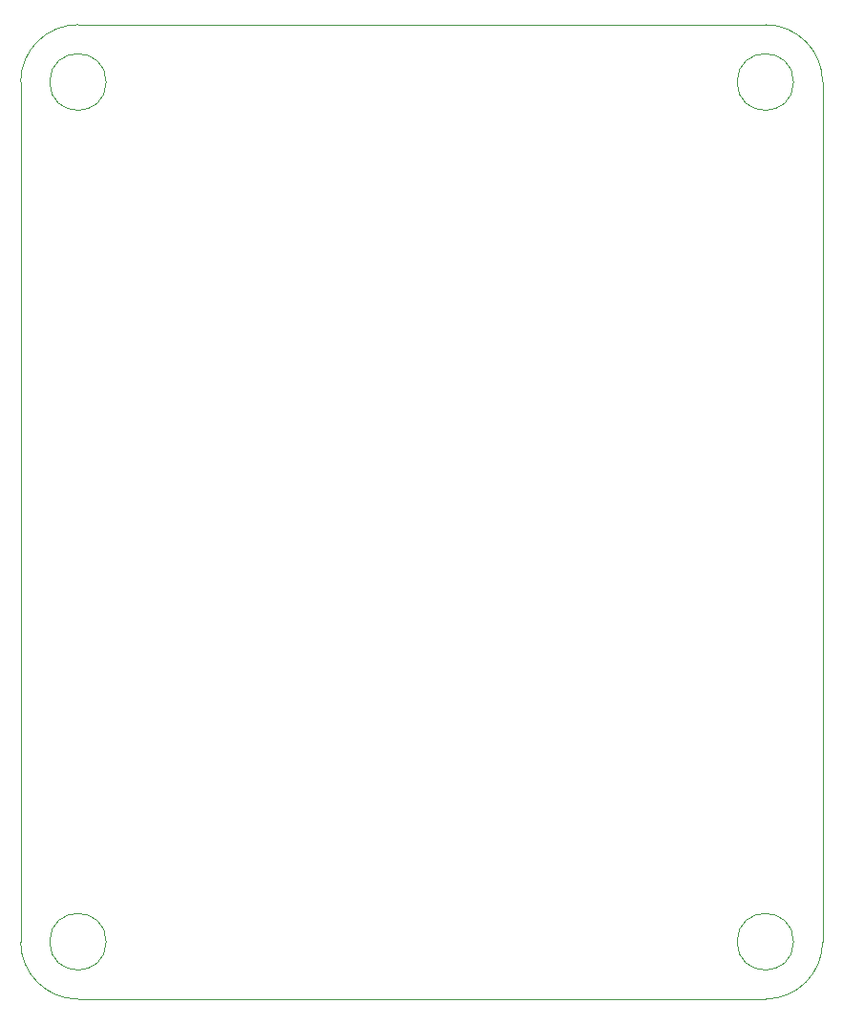
<source format=gm1>
%TF.GenerationSoftware,KiCad,Pcbnew,7.0.10*%
%TF.CreationDate,2024-03-31T17:00:33-07:00*%
%TF.ProjectId,Esp32,45737033-322e-46b6-9963-61645f706362,rev?*%
%TF.SameCoordinates,Original*%
%TF.FileFunction,Profile,NP*%
%FSLAX46Y46*%
G04 Gerber Fmt 4.6, Leading zero omitted, Abs format (unit mm)*
G04 Created by KiCad (PCBNEW 7.0.10) date 2024-03-31 17:00:33*
%MOMM*%
%LPD*%
G01*
G04 APERTURE LIST*
%TA.AperFunction,Profile*%
%ADD10C,0.100000*%
%TD*%
G04 APERTURE END LIST*
D10*
X165067920Y-48260000D02*
G75*
G03*
X160052080Y-48260000I-2507920J0D01*
G01*
X160052080Y-48260000D02*
G75*
G03*
X165067920Y-48260000I2507920J0D01*
G01*
X104107920Y-48260000D02*
G75*
G03*
X99092080Y-48260000I-2507920J0D01*
G01*
X99092080Y-48260000D02*
G75*
G03*
X104107920Y-48260000I2507920J0D01*
G01*
X162560000Y-43180000D02*
X101600000Y-43180000D01*
X101600000Y-43180000D02*
G75*
G03*
X96520000Y-48260000I0J-5080000D01*
G01*
X167640000Y-48260000D02*
G75*
G03*
X162560000Y-43180000I-5080000J0D01*
G01*
X162560000Y-129540000D02*
G75*
G03*
X167640000Y-124460000I0J5080000D01*
G01*
X96520000Y-124460000D02*
G75*
G03*
X101600000Y-129540000I5080000J0D01*
G01*
X104107920Y-124460000D02*
G75*
G03*
X99092080Y-124460000I-2507920J0D01*
G01*
X99092080Y-124460000D02*
G75*
G03*
X104107920Y-124460000I2507920J0D01*
G01*
X96520000Y-48260000D02*
X96520000Y-124460000D01*
X165067920Y-124460000D02*
G75*
G03*
X160052080Y-124460000I-2507920J0D01*
G01*
X160052080Y-124460000D02*
G75*
G03*
X165067920Y-124460000I2507920J0D01*
G01*
X101600000Y-129540000D02*
X162560000Y-129540000D01*
X167640000Y-124460000D02*
X167640000Y-48260000D01*
M02*

</source>
